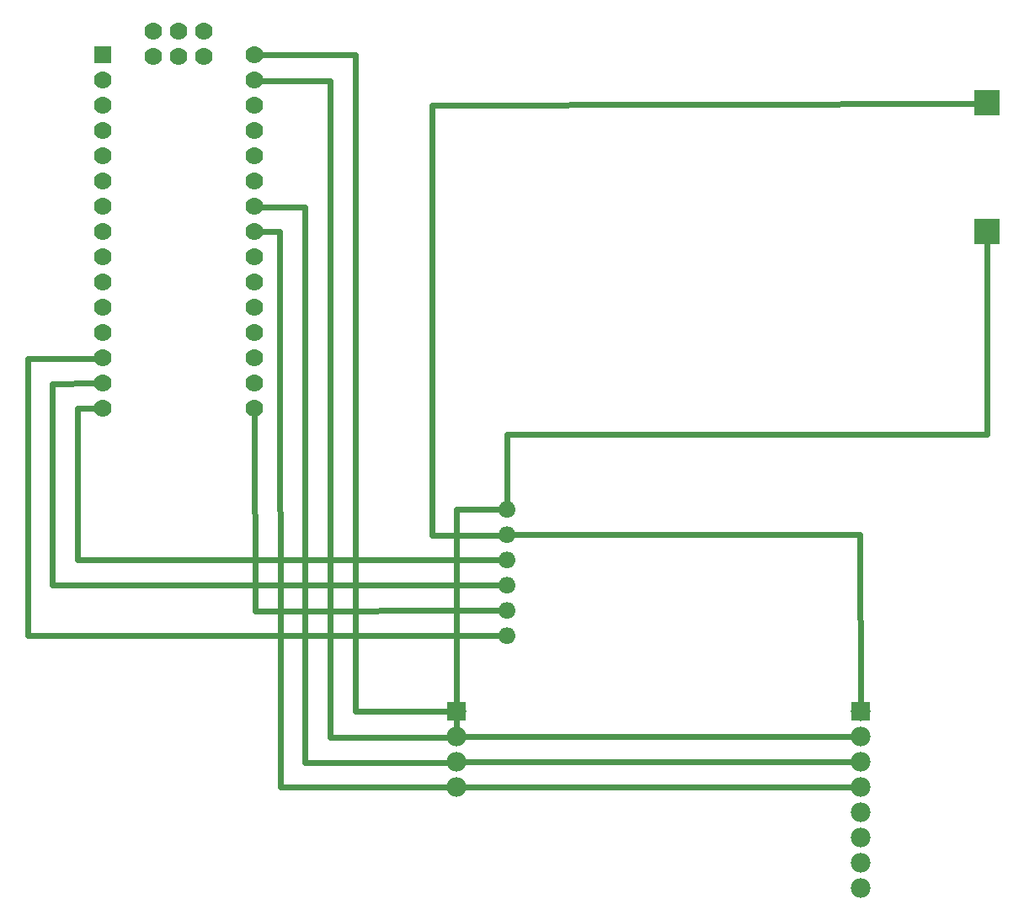
<source format=gbl>
G04 MADE WITH FRITZING*
G04 WWW.FRITZING.ORG*
G04 DOUBLE SIDED*
G04 HOLES PLATED*
G04 CONTOUR ON CENTER OF CONTOUR VECTOR*
%ASAXBY*%
%FSLAX23Y23*%
%MOIN*%
%OFA0B0*%
%SFA1.0B1.0*%
%ADD10C,0.070000*%
%ADD11C,0.100000*%
%ADD12C,0.078000*%
%ADD13C,0.077972*%
%ADD14C,0.065972*%
%ADD15R,0.069958X0.070000*%
%ADD16R,0.078167X0.078000*%
%ADD17R,0.078000X0.078000*%
%ADD18C,0.024000*%
%ADD19R,0.001000X0.001000*%
%LNCOPPER0*%
G90*
G70*
G54D10*
X343Y3442D03*
X343Y3342D03*
X343Y3242D03*
X343Y3142D03*
X343Y3042D03*
X343Y2942D03*
X343Y2842D03*
X343Y2742D03*
X343Y2642D03*
X343Y2542D03*
X343Y2442D03*
X343Y2342D03*
X343Y2242D03*
X343Y2142D03*
X343Y2042D03*
X943Y3442D03*
X943Y3342D03*
X943Y3242D03*
X943Y3142D03*
X943Y3042D03*
X943Y2942D03*
X943Y2842D03*
X943Y2742D03*
X943Y2642D03*
X943Y2542D03*
X943Y2442D03*
X943Y2342D03*
X943Y2242D03*
X943Y2142D03*
X943Y2042D03*
X544Y3537D03*
X544Y3437D03*
X644Y3537D03*
X644Y3437D03*
X744Y3537D03*
X744Y3437D03*
G54D11*
X3843Y3252D03*
X3843Y2742D03*
G54D12*
X1743Y542D03*
X1743Y642D03*
X1743Y742D03*
G54D13*
X1743Y842D03*
G54D12*
X3343Y842D03*
X3343Y742D03*
X3343Y642D03*
X3343Y542D03*
X3343Y442D03*
X3343Y342D03*
X3343Y242D03*
X3343Y142D03*
G54D14*
X1943Y1142D03*
X1943Y1242D03*
X1943Y1342D03*
X1943Y1442D03*
X1943Y1542D03*
X1943Y1642D03*
G54D15*
X343Y3442D03*
G54D16*
X1743Y842D03*
G54D17*
X3343Y842D03*
G54D18*
X1045Y543D02*
X1713Y542D01*
D02*
X1044Y2743D02*
X1045Y543D01*
D02*
X973Y2742D02*
X1044Y2743D01*
D02*
X1142Y2841D02*
X1142Y640D01*
D02*
X1142Y640D02*
X1713Y641D01*
D02*
X973Y2841D02*
X1142Y2841D01*
D02*
X1244Y3341D02*
X1243Y741D01*
D02*
X1243Y741D02*
X1713Y741D01*
D02*
X973Y3341D02*
X1244Y3341D01*
D02*
X1342Y3443D02*
X1344Y842D01*
D02*
X1344Y842D02*
X1713Y842D01*
D02*
X973Y3442D02*
X1342Y3443D01*
D02*
X45Y2240D02*
X45Y1143D01*
D02*
X45Y1143D02*
X1917Y1142D01*
D02*
X314Y2241D02*
X45Y2240D01*
D02*
X143Y2141D02*
X143Y1343D01*
D02*
X143Y1343D02*
X1917Y1342D01*
D02*
X314Y2142D02*
X143Y2141D01*
D02*
X242Y2043D02*
X314Y2042D01*
D02*
X242Y1442D02*
X242Y2043D01*
D02*
X1917Y1442D02*
X242Y1442D01*
D02*
X945Y1241D02*
X944Y2012D01*
D02*
X1917Y1242D02*
X945Y1241D01*
D02*
X1743Y1642D02*
X1917Y1642D01*
D02*
X1743Y772D02*
X1743Y1642D01*
D02*
X1743Y1540D02*
X1917Y1541D01*
D02*
X1743Y872D02*
X1743Y1540D01*
D02*
X1944Y1941D02*
X1943Y1668D01*
D02*
X3843Y2690D02*
X3843Y1941D01*
D02*
X3843Y1941D02*
X1944Y1941D01*
D02*
X1645Y1540D02*
X1917Y1541D01*
D02*
X1645Y3242D02*
X1645Y1540D01*
D02*
X3792Y3251D02*
X1645Y3242D01*
D02*
X3341Y1542D02*
X1970Y1542D01*
D02*
X3343Y872D02*
X3341Y1542D01*
D02*
X1774Y642D02*
X3313Y642D01*
D02*
X3313Y742D02*
X1774Y742D01*
D02*
X1774Y542D02*
X3313Y542D01*
G54D19*
X3794Y3302D02*
X3892Y3302D01*
X3793Y3301D02*
X3892Y3301D01*
X3793Y3300D02*
X3892Y3300D01*
X3793Y3299D02*
X3892Y3299D01*
X3793Y3298D02*
X3892Y3298D01*
X3793Y3297D02*
X3892Y3297D01*
X3793Y3296D02*
X3892Y3296D01*
X3793Y3295D02*
X3892Y3295D01*
X3793Y3294D02*
X3892Y3294D01*
X3793Y3293D02*
X3892Y3293D01*
X3793Y3292D02*
X3892Y3292D01*
X3793Y3291D02*
X3834Y3291D01*
X3852Y3291D02*
X3892Y3291D01*
X3793Y3290D02*
X3830Y3290D01*
X3856Y3290D02*
X3892Y3290D01*
X3793Y3289D02*
X3827Y3289D01*
X3859Y3289D02*
X3892Y3289D01*
X3793Y3288D02*
X3825Y3288D01*
X3861Y3288D02*
X3892Y3288D01*
X3793Y3287D02*
X3823Y3287D01*
X3863Y3287D02*
X3892Y3287D01*
X3793Y3286D02*
X3821Y3286D01*
X3864Y3286D02*
X3892Y3286D01*
X3793Y3285D02*
X3820Y3285D01*
X3866Y3285D02*
X3892Y3285D01*
X3793Y3284D02*
X3818Y3284D01*
X3867Y3284D02*
X3892Y3284D01*
X3793Y3283D02*
X3817Y3283D01*
X3869Y3283D02*
X3892Y3283D01*
X3793Y3282D02*
X3816Y3282D01*
X3870Y3282D02*
X3892Y3282D01*
X3793Y3281D02*
X3815Y3281D01*
X3871Y3281D02*
X3892Y3281D01*
X3793Y3280D02*
X3814Y3280D01*
X3872Y3280D02*
X3892Y3280D01*
X3793Y3279D02*
X3813Y3279D01*
X3873Y3279D02*
X3892Y3279D01*
X3793Y3278D02*
X3812Y3278D01*
X3874Y3278D02*
X3892Y3278D01*
X3793Y3277D02*
X3811Y3277D01*
X3875Y3277D02*
X3892Y3277D01*
X3793Y3276D02*
X3810Y3276D01*
X3875Y3276D02*
X3892Y3276D01*
X3793Y3275D02*
X3810Y3275D01*
X3876Y3275D02*
X3892Y3275D01*
X3793Y3274D02*
X3809Y3274D01*
X3877Y3274D02*
X3892Y3274D01*
X3793Y3273D02*
X3808Y3273D01*
X3877Y3273D02*
X3892Y3273D01*
X3793Y3272D02*
X3808Y3272D01*
X3878Y3272D02*
X3892Y3272D01*
X3793Y3271D02*
X3807Y3271D01*
X3879Y3271D02*
X3892Y3271D01*
X3793Y3270D02*
X3807Y3270D01*
X3879Y3270D02*
X3892Y3270D01*
X3793Y3269D02*
X3806Y3269D01*
X3880Y3269D02*
X3892Y3269D01*
X3793Y3268D02*
X3806Y3268D01*
X3880Y3268D02*
X3892Y3268D01*
X3793Y3267D02*
X3805Y3267D01*
X3880Y3267D02*
X3892Y3267D01*
X3793Y3266D02*
X3805Y3266D01*
X3881Y3266D02*
X3892Y3266D01*
X3793Y3265D02*
X3805Y3265D01*
X3881Y3265D02*
X3892Y3265D01*
X3793Y3264D02*
X3804Y3264D01*
X3882Y3264D02*
X3892Y3264D01*
X3793Y3263D02*
X3804Y3263D01*
X3882Y3263D02*
X3892Y3263D01*
X3793Y3262D02*
X3804Y3262D01*
X3882Y3262D02*
X3892Y3262D01*
X3793Y3261D02*
X3803Y3261D01*
X3882Y3261D02*
X3892Y3261D01*
X3793Y3260D02*
X3803Y3260D01*
X3883Y3260D02*
X3892Y3260D01*
X3793Y3259D02*
X3803Y3259D01*
X3883Y3259D02*
X3892Y3259D01*
X3793Y3258D02*
X3803Y3258D01*
X3883Y3258D02*
X3892Y3258D01*
X3793Y3257D02*
X3803Y3257D01*
X3883Y3257D02*
X3892Y3257D01*
X3793Y3256D02*
X3803Y3256D01*
X3883Y3256D02*
X3892Y3256D01*
X3793Y3255D02*
X3803Y3255D01*
X3883Y3255D02*
X3892Y3255D01*
X3793Y3254D02*
X3803Y3254D01*
X3883Y3254D02*
X3892Y3254D01*
X3793Y3253D02*
X3802Y3253D01*
X3883Y3253D02*
X3892Y3253D01*
X3793Y3252D02*
X3802Y3252D01*
X3883Y3252D02*
X3892Y3252D01*
X3793Y3251D02*
X3802Y3251D01*
X3883Y3251D02*
X3892Y3251D01*
X3793Y3250D02*
X3803Y3250D01*
X3883Y3250D02*
X3892Y3250D01*
X3793Y3249D02*
X3803Y3249D01*
X3883Y3249D02*
X3892Y3249D01*
X3793Y3248D02*
X3803Y3248D01*
X3883Y3248D02*
X3892Y3248D01*
X3793Y3247D02*
X3803Y3247D01*
X3883Y3247D02*
X3892Y3247D01*
X3793Y3246D02*
X3803Y3246D01*
X3883Y3246D02*
X3892Y3246D01*
X3793Y3245D02*
X3803Y3245D01*
X3883Y3245D02*
X3892Y3245D01*
X3793Y3244D02*
X3803Y3244D01*
X3883Y3244D02*
X3892Y3244D01*
X3793Y3243D02*
X3803Y3243D01*
X3882Y3243D02*
X3892Y3243D01*
X3793Y3242D02*
X3804Y3242D01*
X3882Y3242D02*
X3892Y3242D01*
X3793Y3241D02*
X3804Y3241D01*
X3882Y3241D02*
X3892Y3241D01*
X3793Y3240D02*
X3804Y3240D01*
X3882Y3240D02*
X3892Y3240D01*
X3793Y3239D02*
X3805Y3239D01*
X3881Y3239D02*
X3892Y3239D01*
X3793Y3238D02*
X3805Y3238D01*
X3881Y3238D02*
X3892Y3238D01*
X3793Y3237D02*
X3805Y3237D01*
X3880Y3237D02*
X3892Y3237D01*
X3793Y3236D02*
X3806Y3236D01*
X3880Y3236D02*
X3892Y3236D01*
X3793Y3235D02*
X3806Y3235D01*
X3880Y3235D02*
X3892Y3235D01*
X3793Y3234D02*
X3807Y3234D01*
X3879Y3234D02*
X3892Y3234D01*
X3793Y3233D02*
X3807Y3233D01*
X3879Y3233D02*
X3892Y3233D01*
X3793Y3232D02*
X3808Y3232D01*
X3878Y3232D02*
X3892Y3232D01*
X3793Y3231D02*
X3808Y3231D01*
X3877Y3231D02*
X3892Y3231D01*
X3793Y3230D02*
X3809Y3230D01*
X3877Y3230D02*
X3892Y3230D01*
X3793Y3229D02*
X3810Y3229D01*
X3876Y3229D02*
X3892Y3229D01*
X3793Y3228D02*
X3811Y3228D01*
X3875Y3228D02*
X3892Y3228D01*
X3793Y3227D02*
X3811Y3227D01*
X3875Y3227D02*
X3892Y3227D01*
X3793Y3226D02*
X3812Y3226D01*
X3874Y3226D02*
X3892Y3226D01*
X3793Y3225D02*
X3813Y3225D01*
X3873Y3225D02*
X3892Y3225D01*
X3793Y3224D02*
X3814Y3224D01*
X3872Y3224D02*
X3892Y3224D01*
X3793Y3223D02*
X3815Y3223D01*
X3871Y3223D02*
X3892Y3223D01*
X3793Y3222D02*
X3816Y3222D01*
X3870Y3222D02*
X3892Y3222D01*
X3793Y3221D02*
X3817Y3221D01*
X3869Y3221D02*
X3892Y3221D01*
X3793Y3220D02*
X3819Y3220D01*
X3867Y3220D02*
X3892Y3220D01*
X3793Y3219D02*
X3820Y3219D01*
X3866Y3219D02*
X3892Y3219D01*
X3793Y3218D02*
X3821Y3218D01*
X3864Y3218D02*
X3892Y3218D01*
X3793Y3217D02*
X3823Y3217D01*
X3863Y3217D02*
X3892Y3217D01*
X3793Y3216D02*
X3825Y3216D01*
X3861Y3216D02*
X3892Y3216D01*
X3793Y3215D02*
X3827Y3215D01*
X3859Y3215D02*
X3892Y3215D01*
X3793Y3214D02*
X3830Y3214D01*
X3856Y3214D02*
X3892Y3214D01*
X3793Y3213D02*
X3834Y3213D01*
X3852Y3213D02*
X3892Y3213D01*
X3793Y3212D02*
X3892Y3212D01*
X3793Y3211D02*
X3892Y3211D01*
X3793Y3210D02*
X3892Y3210D01*
X3793Y3209D02*
X3892Y3209D01*
X3793Y3208D02*
X3892Y3208D01*
X3793Y3207D02*
X3892Y3207D01*
X3793Y3206D02*
X3892Y3206D01*
X3793Y3205D02*
X3892Y3205D01*
X3793Y3204D02*
X3892Y3204D01*
X3793Y3203D02*
X3892Y3203D01*
X3794Y2792D02*
X3892Y2792D01*
X3793Y2791D02*
X3892Y2791D01*
X3793Y2790D02*
X3892Y2790D01*
X3793Y2789D02*
X3892Y2789D01*
X3793Y2788D02*
X3892Y2788D01*
X3793Y2787D02*
X3892Y2787D01*
X3793Y2786D02*
X3892Y2786D01*
X3793Y2785D02*
X3892Y2785D01*
X3793Y2784D02*
X3892Y2784D01*
X3793Y2783D02*
X3892Y2783D01*
X3793Y2782D02*
X3892Y2782D01*
X3793Y2781D02*
X3834Y2781D01*
X3852Y2781D02*
X3892Y2781D01*
X3793Y2780D02*
X3830Y2780D01*
X3856Y2780D02*
X3892Y2780D01*
X3793Y2779D02*
X3827Y2779D01*
X3859Y2779D02*
X3892Y2779D01*
X3793Y2778D02*
X3825Y2778D01*
X3861Y2778D02*
X3892Y2778D01*
X3793Y2777D02*
X3823Y2777D01*
X3863Y2777D02*
X3892Y2777D01*
X3793Y2776D02*
X3821Y2776D01*
X3864Y2776D02*
X3892Y2776D01*
X3793Y2775D02*
X3820Y2775D01*
X3866Y2775D02*
X3892Y2775D01*
X3793Y2774D02*
X3818Y2774D01*
X3867Y2774D02*
X3892Y2774D01*
X3793Y2773D02*
X3817Y2773D01*
X3869Y2773D02*
X3892Y2773D01*
X3793Y2772D02*
X3816Y2772D01*
X3870Y2772D02*
X3892Y2772D01*
X3793Y2771D02*
X3815Y2771D01*
X3871Y2771D02*
X3892Y2771D01*
X3793Y2770D02*
X3814Y2770D01*
X3872Y2770D02*
X3892Y2770D01*
X3793Y2769D02*
X3813Y2769D01*
X3873Y2769D02*
X3892Y2769D01*
X3793Y2768D02*
X3812Y2768D01*
X3874Y2768D02*
X3892Y2768D01*
X3793Y2767D02*
X3811Y2767D01*
X3875Y2767D02*
X3892Y2767D01*
X3793Y2766D02*
X3810Y2766D01*
X3875Y2766D02*
X3892Y2766D01*
X3793Y2765D02*
X3810Y2765D01*
X3876Y2765D02*
X3892Y2765D01*
X3793Y2764D02*
X3809Y2764D01*
X3877Y2764D02*
X3892Y2764D01*
X3793Y2763D02*
X3808Y2763D01*
X3877Y2763D02*
X3892Y2763D01*
X3793Y2762D02*
X3808Y2762D01*
X3878Y2762D02*
X3892Y2762D01*
X3793Y2761D02*
X3807Y2761D01*
X3879Y2761D02*
X3892Y2761D01*
X3793Y2760D02*
X3807Y2760D01*
X3879Y2760D02*
X3892Y2760D01*
X3793Y2759D02*
X3806Y2759D01*
X3880Y2759D02*
X3892Y2759D01*
X3793Y2758D02*
X3806Y2758D01*
X3880Y2758D02*
X3892Y2758D01*
X3793Y2757D02*
X3805Y2757D01*
X3880Y2757D02*
X3892Y2757D01*
X3793Y2756D02*
X3805Y2756D01*
X3881Y2756D02*
X3892Y2756D01*
X3793Y2755D02*
X3805Y2755D01*
X3881Y2755D02*
X3892Y2755D01*
X3793Y2754D02*
X3804Y2754D01*
X3882Y2754D02*
X3892Y2754D01*
X3793Y2753D02*
X3804Y2753D01*
X3882Y2753D02*
X3892Y2753D01*
X3793Y2752D02*
X3804Y2752D01*
X3882Y2752D02*
X3892Y2752D01*
X3793Y2751D02*
X3803Y2751D01*
X3882Y2751D02*
X3892Y2751D01*
X3793Y2750D02*
X3803Y2750D01*
X3883Y2750D02*
X3892Y2750D01*
X3793Y2749D02*
X3803Y2749D01*
X3883Y2749D02*
X3892Y2749D01*
X3793Y2748D02*
X3803Y2748D01*
X3883Y2748D02*
X3892Y2748D01*
X3793Y2747D02*
X3803Y2747D01*
X3883Y2747D02*
X3892Y2747D01*
X3793Y2746D02*
X3803Y2746D01*
X3883Y2746D02*
X3892Y2746D01*
X3793Y2745D02*
X3803Y2745D01*
X3883Y2745D02*
X3892Y2745D01*
X3793Y2744D02*
X3803Y2744D01*
X3883Y2744D02*
X3892Y2744D01*
X3793Y2743D02*
X3802Y2743D01*
X3883Y2743D02*
X3892Y2743D01*
X3793Y2742D02*
X3802Y2742D01*
X3883Y2742D02*
X3892Y2742D01*
X3793Y2741D02*
X3802Y2741D01*
X3883Y2741D02*
X3892Y2741D01*
X3793Y2740D02*
X3803Y2740D01*
X3883Y2740D02*
X3892Y2740D01*
X3793Y2739D02*
X3803Y2739D01*
X3883Y2739D02*
X3892Y2739D01*
X3793Y2738D02*
X3803Y2738D01*
X3883Y2738D02*
X3892Y2738D01*
X3793Y2737D02*
X3803Y2737D01*
X3883Y2737D02*
X3892Y2737D01*
X3793Y2736D02*
X3803Y2736D01*
X3883Y2736D02*
X3892Y2736D01*
X3793Y2735D02*
X3803Y2735D01*
X3883Y2735D02*
X3892Y2735D01*
X3793Y2734D02*
X3803Y2734D01*
X3883Y2734D02*
X3892Y2734D01*
X3793Y2733D02*
X3803Y2733D01*
X3882Y2733D02*
X3892Y2733D01*
X3793Y2732D02*
X3804Y2732D01*
X3882Y2732D02*
X3892Y2732D01*
X3793Y2731D02*
X3804Y2731D01*
X3882Y2731D02*
X3892Y2731D01*
X3793Y2730D02*
X3804Y2730D01*
X3882Y2730D02*
X3892Y2730D01*
X3793Y2729D02*
X3805Y2729D01*
X3881Y2729D02*
X3892Y2729D01*
X3793Y2728D02*
X3805Y2728D01*
X3881Y2728D02*
X3892Y2728D01*
X3793Y2727D02*
X3805Y2727D01*
X3880Y2727D02*
X3892Y2727D01*
X3793Y2726D02*
X3806Y2726D01*
X3880Y2726D02*
X3892Y2726D01*
X3793Y2725D02*
X3806Y2725D01*
X3880Y2725D02*
X3892Y2725D01*
X3793Y2724D02*
X3807Y2724D01*
X3879Y2724D02*
X3892Y2724D01*
X3793Y2723D02*
X3807Y2723D01*
X3879Y2723D02*
X3892Y2723D01*
X3793Y2722D02*
X3808Y2722D01*
X3878Y2722D02*
X3892Y2722D01*
X3793Y2721D02*
X3808Y2721D01*
X3877Y2721D02*
X3892Y2721D01*
X3793Y2720D02*
X3809Y2720D01*
X3877Y2720D02*
X3892Y2720D01*
X3793Y2719D02*
X3810Y2719D01*
X3876Y2719D02*
X3892Y2719D01*
X3793Y2718D02*
X3811Y2718D01*
X3875Y2718D02*
X3892Y2718D01*
X3793Y2717D02*
X3811Y2717D01*
X3875Y2717D02*
X3892Y2717D01*
X3793Y2716D02*
X3812Y2716D01*
X3874Y2716D02*
X3892Y2716D01*
X3793Y2715D02*
X3813Y2715D01*
X3873Y2715D02*
X3892Y2715D01*
X3793Y2714D02*
X3814Y2714D01*
X3872Y2714D02*
X3892Y2714D01*
X3793Y2713D02*
X3815Y2713D01*
X3871Y2713D02*
X3892Y2713D01*
X3793Y2712D02*
X3816Y2712D01*
X3870Y2712D02*
X3892Y2712D01*
X3793Y2711D02*
X3817Y2711D01*
X3869Y2711D02*
X3892Y2711D01*
X3793Y2710D02*
X3819Y2710D01*
X3867Y2710D02*
X3892Y2710D01*
X3793Y2709D02*
X3820Y2709D01*
X3866Y2709D02*
X3892Y2709D01*
X3793Y2708D02*
X3821Y2708D01*
X3864Y2708D02*
X3892Y2708D01*
X3793Y2707D02*
X3823Y2707D01*
X3863Y2707D02*
X3892Y2707D01*
X3793Y2706D02*
X3825Y2706D01*
X3861Y2706D02*
X3892Y2706D01*
X3793Y2705D02*
X3827Y2705D01*
X3859Y2705D02*
X3892Y2705D01*
X3793Y2704D02*
X3830Y2704D01*
X3856Y2704D02*
X3892Y2704D01*
X3793Y2703D02*
X3834Y2703D01*
X3852Y2703D02*
X3892Y2703D01*
X3793Y2702D02*
X3892Y2702D01*
X3793Y2701D02*
X3892Y2701D01*
X3793Y2700D02*
X3892Y2700D01*
X3793Y2699D02*
X3892Y2699D01*
X3793Y2698D02*
X3892Y2698D01*
X3793Y2697D02*
X3892Y2697D01*
X3793Y2696D02*
X3892Y2696D01*
X3793Y2695D02*
X3892Y2695D01*
X3793Y2694D02*
X3892Y2694D01*
X3793Y2693D02*
X3892Y2693D01*
X1943Y1675D02*
X1943Y1675D01*
X1936Y1674D02*
X1950Y1674D01*
X1933Y1673D02*
X1953Y1673D01*
X1930Y1672D02*
X1956Y1672D01*
X1928Y1671D02*
X1958Y1671D01*
X1926Y1670D02*
X1960Y1670D01*
X1925Y1669D02*
X1961Y1669D01*
X1923Y1668D02*
X1963Y1668D01*
X1922Y1667D02*
X1964Y1667D01*
X1921Y1666D02*
X1965Y1666D01*
X1920Y1665D02*
X1966Y1665D01*
X1919Y1664D02*
X1967Y1664D01*
X1918Y1663D02*
X1968Y1663D01*
X1917Y1662D02*
X1969Y1662D01*
X1917Y1661D02*
X1969Y1661D01*
X1916Y1660D02*
X1970Y1660D01*
X1915Y1659D02*
X1971Y1659D01*
X1915Y1658D02*
X1971Y1658D01*
X1914Y1657D02*
X1938Y1657D01*
X1948Y1657D02*
X1972Y1657D01*
X1914Y1656D02*
X1935Y1656D01*
X1951Y1656D02*
X1972Y1656D01*
X1913Y1655D02*
X1934Y1655D01*
X1952Y1655D02*
X1973Y1655D01*
X1913Y1654D02*
X1932Y1654D01*
X1953Y1654D02*
X1973Y1654D01*
X1913Y1653D02*
X1931Y1653D01*
X1955Y1653D02*
X1973Y1653D01*
X1912Y1652D02*
X1930Y1652D01*
X1955Y1652D02*
X1974Y1652D01*
X1912Y1651D02*
X1930Y1651D01*
X1956Y1651D02*
X1974Y1651D01*
X1912Y1650D02*
X1929Y1650D01*
X1957Y1650D02*
X1974Y1650D01*
X1911Y1649D02*
X1928Y1649D01*
X1958Y1649D02*
X1975Y1649D01*
X1911Y1648D02*
X1928Y1648D01*
X1958Y1648D02*
X1975Y1648D01*
X1911Y1647D02*
X1928Y1647D01*
X1958Y1647D02*
X1975Y1647D01*
X1911Y1646D02*
X1927Y1646D01*
X1959Y1646D02*
X1975Y1646D01*
X1911Y1645D02*
X1927Y1645D01*
X1959Y1645D02*
X1975Y1645D01*
X1911Y1644D02*
X1927Y1644D01*
X1959Y1644D02*
X1975Y1644D01*
X1910Y1643D02*
X1927Y1643D01*
X1959Y1643D02*
X1975Y1643D01*
X1910Y1642D02*
X1927Y1642D01*
X1959Y1642D02*
X1975Y1642D01*
X1910Y1641D02*
X1927Y1641D01*
X1959Y1641D02*
X1975Y1641D01*
X1911Y1640D02*
X1927Y1640D01*
X1959Y1640D02*
X1975Y1640D01*
X1911Y1639D02*
X1927Y1639D01*
X1959Y1639D02*
X1975Y1639D01*
X1911Y1638D02*
X1927Y1638D01*
X1959Y1638D02*
X1975Y1638D01*
X1911Y1637D02*
X1928Y1637D01*
X1958Y1637D02*
X1975Y1637D01*
X1911Y1636D02*
X1928Y1636D01*
X1958Y1636D02*
X1975Y1636D01*
X1911Y1635D02*
X1928Y1635D01*
X1957Y1635D02*
X1975Y1635D01*
X1912Y1634D02*
X1929Y1634D01*
X1957Y1634D02*
X1974Y1634D01*
X1912Y1633D02*
X1930Y1633D01*
X1956Y1633D02*
X1974Y1633D01*
X1912Y1632D02*
X1930Y1632D01*
X1955Y1632D02*
X1974Y1632D01*
X1913Y1631D02*
X1931Y1631D01*
X1954Y1631D02*
X1973Y1631D01*
X1913Y1630D02*
X1932Y1630D01*
X1953Y1630D02*
X1973Y1630D01*
X1913Y1629D02*
X1934Y1629D01*
X1952Y1629D02*
X1973Y1629D01*
X1914Y1628D02*
X1935Y1628D01*
X1951Y1628D02*
X1972Y1628D01*
X1914Y1627D02*
X1938Y1627D01*
X1948Y1627D02*
X1972Y1627D01*
X1915Y1626D02*
X1971Y1626D01*
X1915Y1625D02*
X1971Y1625D01*
X1916Y1624D02*
X1970Y1624D01*
X1917Y1623D02*
X1969Y1623D01*
X1917Y1622D02*
X1969Y1622D01*
X1918Y1621D02*
X1968Y1621D01*
X1919Y1620D02*
X1967Y1620D01*
X1920Y1619D02*
X1966Y1619D01*
X1921Y1618D02*
X1965Y1618D01*
X1922Y1617D02*
X1964Y1617D01*
X1923Y1616D02*
X1963Y1616D01*
X1925Y1615D02*
X1961Y1615D01*
X1926Y1614D02*
X1960Y1614D01*
X1928Y1613D02*
X1958Y1613D01*
X1930Y1612D02*
X1956Y1612D01*
X1933Y1611D02*
X1953Y1611D01*
X1936Y1610D02*
X1950Y1610D01*
X1943Y1575D02*
X1943Y1575D01*
X1936Y1574D02*
X1950Y1574D01*
X1933Y1573D02*
X1953Y1573D01*
X1930Y1572D02*
X1956Y1572D01*
X1928Y1571D02*
X1958Y1571D01*
X1926Y1570D02*
X1960Y1570D01*
X1925Y1569D02*
X1961Y1569D01*
X1923Y1568D02*
X1963Y1568D01*
X1922Y1567D02*
X1964Y1567D01*
X1921Y1566D02*
X1965Y1566D01*
X1920Y1565D02*
X1966Y1565D01*
X1919Y1564D02*
X1967Y1564D01*
X1918Y1563D02*
X1968Y1563D01*
X1917Y1562D02*
X1969Y1562D01*
X1917Y1561D02*
X1969Y1561D01*
X1916Y1560D02*
X1970Y1560D01*
X1915Y1559D02*
X1971Y1559D01*
X1915Y1558D02*
X1971Y1558D01*
X1914Y1557D02*
X1938Y1557D01*
X1948Y1557D02*
X1972Y1557D01*
X1914Y1556D02*
X1935Y1556D01*
X1951Y1556D02*
X1972Y1556D01*
X1913Y1555D02*
X1934Y1555D01*
X1952Y1555D02*
X1973Y1555D01*
X1913Y1554D02*
X1932Y1554D01*
X1953Y1554D02*
X1973Y1554D01*
X1913Y1553D02*
X1931Y1553D01*
X1955Y1553D02*
X1973Y1553D01*
X1912Y1552D02*
X1930Y1552D01*
X1955Y1552D02*
X1974Y1552D01*
X1912Y1551D02*
X1930Y1551D01*
X1956Y1551D02*
X1974Y1551D01*
X1912Y1550D02*
X1929Y1550D01*
X1957Y1550D02*
X1974Y1550D01*
X1911Y1549D02*
X1928Y1549D01*
X1957Y1549D02*
X1975Y1549D01*
X1911Y1548D02*
X1928Y1548D01*
X1958Y1548D02*
X1975Y1548D01*
X1911Y1547D02*
X1928Y1547D01*
X1958Y1547D02*
X1975Y1547D01*
X1911Y1546D02*
X1927Y1546D01*
X1959Y1546D02*
X1975Y1546D01*
X1911Y1545D02*
X1927Y1545D01*
X1959Y1545D02*
X1975Y1545D01*
X1911Y1544D02*
X1927Y1544D01*
X1959Y1544D02*
X1975Y1544D01*
X1910Y1543D02*
X1927Y1543D01*
X1959Y1543D02*
X1975Y1543D01*
X1910Y1542D02*
X1927Y1542D01*
X1959Y1542D02*
X1975Y1542D01*
X1910Y1541D02*
X1927Y1541D01*
X1959Y1541D02*
X1975Y1541D01*
X1911Y1540D02*
X1927Y1540D01*
X1959Y1540D02*
X1975Y1540D01*
X1911Y1539D02*
X1927Y1539D01*
X1959Y1539D02*
X1975Y1539D01*
X1911Y1538D02*
X1927Y1538D01*
X1959Y1538D02*
X1975Y1538D01*
X1911Y1537D02*
X1928Y1537D01*
X1958Y1537D02*
X1975Y1537D01*
X1911Y1536D02*
X1928Y1536D01*
X1958Y1536D02*
X1975Y1536D01*
X1911Y1535D02*
X1928Y1535D01*
X1957Y1535D02*
X1975Y1535D01*
X1912Y1534D02*
X1929Y1534D01*
X1957Y1534D02*
X1974Y1534D01*
X1912Y1533D02*
X1930Y1533D01*
X1956Y1533D02*
X1974Y1533D01*
X1912Y1532D02*
X1930Y1532D01*
X1955Y1532D02*
X1974Y1532D01*
X1913Y1531D02*
X1931Y1531D01*
X1954Y1531D02*
X1973Y1531D01*
X1913Y1530D02*
X1932Y1530D01*
X1953Y1530D02*
X1973Y1530D01*
X1913Y1529D02*
X1934Y1529D01*
X1952Y1529D02*
X1973Y1529D01*
X1914Y1528D02*
X1935Y1528D01*
X1950Y1528D02*
X1972Y1528D01*
X1914Y1527D02*
X1938Y1527D01*
X1948Y1527D02*
X1972Y1527D01*
X1915Y1526D02*
X1971Y1526D01*
X1915Y1525D02*
X1970Y1525D01*
X1916Y1524D02*
X1970Y1524D01*
X1917Y1523D02*
X1969Y1523D01*
X1917Y1522D02*
X1969Y1522D01*
X1918Y1521D02*
X1968Y1521D01*
X1919Y1520D02*
X1967Y1520D01*
X1920Y1519D02*
X1966Y1519D01*
X1921Y1518D02*
X1965Y1518D01*
X1922Y1517D02*
X1964Y1517D01*
X1923Y1516D02*
X1963Y1516D01*
X1925Y1515D02*
X1961Y1515D01*
X1926Y1514D02*
X1960Y1514D01*
X1928Y1513D02*
X1958Y1513D01*
X1930Y1512D02*
X1956Y1512D01*
X1933Y1511D02*
X1953Y1511D01*
X1936Y1510D02*
X1950Y1510D01*
X1943Y1475D02*
X1943Y1475D01*
X1936Y1474D02*
X1950Y1474D01*
X1933Y1473D02*
X1953Y1473D01*
X1930Y1472D02*
X1956Y1472D01*
X1928Y1471D02*
X1958Y1471D01*
X1926Y1470D02*
X1960Y1470D01*
X1925Y1469D02*
X1961Y1469D01*
X1923Y1468D02*
X1963Y1468D01*
X1922Y1467D02*
X1964Y1467D01*
X1921Y1466D02*
X1965Y1466D01*
X1920Y1465D02*
X1966Y1465D01*
X1919Y1464D02*
X1967Y1464D01*
X1918Y1463D02*
X1968Y1463D01*
X1917Y1462D02*
X1969Y1462D01*
X1917Y1461D02*
X1969Y1461D01*
X1916Y1460D02*
X1970Y1460D01*
X1915Y1459D02*
X1971Y1459D01*
X1915Y1458D02*
X1971Y1458D01*
X1914Y1457D02*
X1938Y1457D01*
X1948Y1457D02*
X1972Y1457D01*
X1914Y1456D02*
X1935Y1456D01*
X1951Y1456D02*
X1972Y1456D01*
X1913Y1455D02*
X1934Y1455D01*
X1952Y1455D02*
X1973Y1455D01*
X1913Y1454D02*
X1932Y1454D01*
X1953Y1454D02*
X1973Y1454D01*
X1913Y1453D02*
X1931Y1453D01*
X1955Y1453D02*
X1973Y1453D01*
X1912Y1452D02*
X1930Y1452D01*
X1955Y1452D02*
X1974Y1452D01*
X1912Y1451D02*
X1930Y1451D01*
X1956Y1451D02*
X1974Y1451D01*
X1912Y1450D02*
X1929Y1450D01*
X1957Y1450D02*
X1974Y1450D01*
X1911Y1449D02*
X1928Y1449D01*
X1958Y1449D02*
X1975Y1449D01*
X1911Y1448D02*
X1928Y1448D01*
X1958Y1448D02*
X1975Y1448D01*
X1911Y1447D02*
X1928Y1447D01*
X1958Y1447D02*
X1975Y1447D01*
X1911Y1446D02*
X1927Y1446D01*
X1959Y1446D02*
X1975Y1446D01*
X1911Y1445D02*
X1927Y1445D01*
X1959Y1445D02*
X1975Y1445D01*
X1911Y1444D02*
X1927Y1444D01*
X1959Y1444D02*
X1975Y1444D01*
X1910Y1443D02*
X1927Y1443D01*
X1959Y1443D02*
X1975Y1443D01*
X1910Y1442D02*
X1927Y1442D01*
X1959Y1442D02*
X1975Y1442D01*
X1910Y1441D02*
X1927Y1441D01*
X1959Y1441D02*
X1975Y1441D01*
X1911Y1440D02*
X1927Y1440D01*
X1959Y1440D02*
X1975Y1440D01*
X1911Y1439D02*
X1927Y1439D01*
X1959Y1439D02*
X1975Y1439D01*
X1911Y1438D02*
X1927Y1438D01*
X1959Y1438D02*
X1975Y1438D01*
X1911Y1437D02*
X1928Y1437D01*
X1958Y1437D02*
X1975Y1437D01*
X1911Y1436D02*
X1928Y1436D01*
X1958Y1436D02*
X1975Y1436D01*
X1911Y1435D02*
X1928Y1435D01*
X1957Y1435D02*
X1975Y1435D01*
X1912Y1434D02*
X1929Y1434D01*
X1957Y1434D02*
X1974Y1434D01*
X1912Y1433D02*
X1930Y1433D01*
X1956Y1433D02*
X1974Y1433D01*
X1912Y1432D02*
X1931Y1432D01*
X1955Y1432D02*
X1974Y1432D01*
X1913Y1431D02*
X1931Y1431D01*
X1954Y1431D02*
X1973Y1431D01*
X1913Y1430D02*
X1933Y1430D01*
X1953Y1430D02*
X1973Y1430D01*
X1913Y1429D02*
X1934Y1429D01*
X1952Y1429D02*
X1973Y1429D01*
X1914Y1428D02*
X1935Y1428D01*
X1950Y1428D02*
X1972Y1428D01*
X1914Y1427D02*
X1938Y1427D01*
X1948Y1427D02*
X1972Y1427D01*
X1915Y1426D02*
X1971Y1426D01*
X1915Y1425D02*
X1970Y1425D01*
X1916Y1424D02*
X1970Y1424D01*
X1917Y1423D02*
X1969Y1423D01*
X1917Y1422D02*
X1969Y1422D01*
X1918Y1421D02*
X1968Y1421D01*
X1919Y1420D02*
X1967Y1420D01*
X1920Y1419D02*
X1966Y1419D01*
X1921Y1418D02*
X1965Y1418D01*
X1922Y1417D02*
X1964Y1417D01*
X1923Y1416D02*
X1963Y1416D01*
X1925Y1415D02*
X1961Y1415D01*
X1926Y1414D02*
X1959Y1414D01*
X1928Y1413D02*
X1958Y1413D01*
X1930Y1412D02*
X1956Y1412D01*
X1933Y1411D02*
X1953Y1411D01*
X1936Y1410D02*
X1950Y1410D01*
X1943Y1375D02*
X1943Y1375D01*
X1936Y1374D02*
X1950Y1374D01*
X1933Y1373D02*
X1953Y1373D01*
X1930Y1372D02*
X1956Y1372D01*
X1928Y1371D02*
X1958Y1371D01*
X1926Y1370D02*
X1960Y1370D01*
X1925Y1369D02*
X1961Y1369D01*
X1923Y1368D02*
X1963Y1368D01*
X1922Y1367D02*
X1964Y1367D01*
X1921Y1366D02*
X1965Y1366D01*
X1920Y1365D02*
X1966Y1365D01*
X1919Y1364D02*
X1967Y1364D01*
X1918Y1363D02*
X1968Y1363D01*
X1917Y1362D02*
X1969Y1362D01*
X1917Y1361D02*
X1969Y1361D01*
X1916Y1360D02*
X1970Y1360D01*
X1915Y1359D02*
X1971Y1359D01*
X1915Y1358D02*
X1971Y1358D01*
X1914Y1357D02*
X1938Y1357D01*
X1948Y1357D02*
X1972Y1357D01*
X1914Y1356D02*
X1935Y1356D01*
X1951Y1356D02*
X1972Y1356D01*
X1913Y1355D02*
X1934Y1355D01*
X1952Y1355D02*
X1973Y1355D01*
X1913Y1354D02*
X1932Y1354D01*
X1953Y1354D02*
X1973Y1354D01*
X1913Y1353D02*
X1931Y1353D01*
X1955Y1353D02*
X1973Y1353D01*
X1912Y1352D02*
X1930Y1352D01*
X1955Y1352D02*
X1974Y1352D01*
X1912Y1351D02*
X1930Y1351D01*
X1956Y1351D02*
X1974Y1351D01*
X1912Y1350D02*
X1929Y1350D01*
X1957Y1350D02*
X1974Y1350D01*
X1911Y1349D02*
X1928Y1349D01*
X1958Y1349D02*
X1975Y1349D01*
X1911Y1348D02*
X1928Y1348D01*
X1958Y1348D02*
X1975Y1348D01*
X1911Y1347D02*
X1928Y1347D01*
X1958Y1347D02*
X1975Y1347D01*
X1911Y1346D02*
X1927Y1346D01*
X1959Y1346D02*
X1975Y1346D01*
X1911Y1345D02*
X1927Y1345D01*
X1959Y1345D02*
X1975Y1345D01*
X1911Y1344D02*
X1927Y1344D01*
X1959Y1344D02*
X1975Y1344D01*
X1910Y1343D02*
X1927Y1343D01*
X1959Y1343D02*
X1975Y1343D01*
X1910Y1342D02*
X1927Y1342D01*
X1959Y1342D02*
X1975Y1342D01*
X1910Y1341D02*
X1927Y1341D01*
X1959Y1341D02*
X1975Y1341D01*
X1911Y1340D02*
X1927Y1340D01*
X1959Y1340D02*
X1975Y1340D01*
X1911Y1339D02*
X1927Y1339D01*
X1959Y1339D02*
X1975Y1339D01*
X1911Y1338D02*
X1927Y1338D01*
X1959Y1338D02*
X1975Y1338D01*
X1911Y1337D02*
X1928Y1337D01*
X1958Y1337D02*
X1975Y1337D01*
X1911Y1336D02*
X1928Y1336D01*
X1958Y1336D02*
X1975Y1336D01*
X1911Y1335D02*
X1928Y1335D01*
X1957Y1335D02*
X1975Y1335D01*
X1912Y1334D02*
X1929Y1334D01*
X1957Y1334D02*
X1974Y1334D01*
X1912Y1333D02*
X1930Y1333D01*
X1956Y1333D02*
X1974Y1333D01*
X1912Y1332D02*
X1930Y1332D01*
X1955Y1332D02*
X1974Y1332D01*
X1913Y1331D02*
X1931Y1331D01*
X1954Y1331D02*
X1973Y1331D01*
X1913Y1330D02*
X1933Y1330D01*
X1953Y1330D02*
X1973Y1330D01*
X1913Y1329D02*
X1934Y1329D01*
X1952Y1329D02*
X1973Y1329D01*
X1914Y1328D02*
X1935Y1328D01*
X1951Y1328D02*
X1972Y1328D01*
X1914Y1327D02*
X1938Y1327D01*
X1948Y1327D02*
X1972Y1327D01*
X1915Y1326D02*
X1971Y1326D01*
X1915Y1325D02*
X1971Y1325D01*
X1916Y1324D02*
X1970Y1324D01*
X1917Y1323D02*
X1969Y1323D01*
X1917Y1322D02*
X1969Y1322D01*
X1918Y1321D02*
X1968Y1321D01*
X1919Y1320D02*
X1967Y1320D01*
X1920Y1319D02*
X1966Y1319D01*
X1921Y1318D02*
X1965Y1318D01*
X1922Y1317D02*
X1964Y1317D01*
X1923Y1316D02*
X1963Y1316D01*
X1925Y1315D02*
X1961Y1315D01*
X1926Y1314D02*
X1960Y1314D01*
X1928Y1313D02*
X1958Y1313D01*
X1930Y1312D02*
X1956Y1312D01*
X1933Y1311D02*
X1953Y1311D01*
X1936Y1310D02*
X1950Y1310D01*
X1943Y1275D02*
X1943Y1275D01*
X1936Y1274D02*
X1950Y1274D01*
X1933Y1273D02*
X1953Y1273D01*
X1930Y1272D02*
X1956Y1272D01*
X1928Y1271D02*
X1958Y1271D01*
X1926Y1270D02*
X1960Y1270D01*
X1925Y1269D02*
X1961Y1269D01*
X1923Y1268D02*
X1963Y1268D01*
X1922Y1267D02*
X1964Y1267D01*
X1921Y1266D02*
X1965Y1266D01*
X1920Y1265D02*
X1966Y1265D01*
X1919Y1264D02*
X1967Y1264D01*
X1918Y1263D02*
X1968Y1263D01*
X1917Y1262D02*
X1969Y1262D01*
X1917Y1261D02*
X1969Y1261D01*
X1916Y1260D02*
X1970Y1260D01*
X1915Y1259D02*
X1971Y1259D01*
X1915Y1258D02*
X1971Y1258D01*
X1914Y1257D02*
X1938Y1257D01*
X1948Y1257D02*
X1972Y1257D01*
X1914Y1256D02*
X1935Y1256D01*
X1951Y1256D02*
X1972Y1256D01*
X1913Y1255D02*
X1934Y1255D01*
X1952Y1255D02*
X1973Y1255D01*
X1913Y1254D02*
X1932Y1254D01*
X1953Y1254D02*
X1973Y1254D01*
X1913Y1253D02*
X1931Y1253D01*
X1955Y1253D02*
X1973Y1253D01*
X1912Y1252D02*
X1930Y1252D01*
X1955Y1252D02*
X1974Y1252D01*
X1912Y1251D02*
X1930Y1251D01*
X1956Y1251D02*
X1974Y1251D01*
X1912Y1250D02*
X1929Y1250D01*
X1957Y1250D02*
X1974Y1250D01*
X1911Y1249D02*
X1928Y1249D01*
X1957Y1249D02*
X1975Y1249D01*
X1911Y1248D02*
X1928Y1248D01*
X1958Y1248D02*
X1975Y1248D01*
X1911Y1247D02*
X1928Y1247D01*
X1958Y1247D02*
X1975Y1247D01*
X1911Y1246D02*
X1927Y1246D01*
X1959Y1246D02*
X1975Y1246D01*
X1911Y1245D02*
X1927Y1245D01*
X1959Y1245D02*
X1975Y1245D01*
X1911Y1244D02*
X1927Y1244D01*
X1959Y1244D02*
X1975Y1244D01*
X1910Y1243D02*
X1927Y1243D01*
X1959Y1243D02*
X1975Y1243D01*
X1910Y1242D02*
X1927Y1242D01*
X1959Y1242D02*
X1975Y1242D01*
X1910Y1241D02*
X1927Y1241D01*
X1959Y1241D02*
X1975Y1241D01*
X1911Y1240D02*
X1927Y1240D01*
X1959Y1240D02*
X1975Y1240D01*
X1911Y1239D02*
X1927Y1239D01*
X1959Y1239D02*
X1975Y1239D01*
X1911Y1238D02*
X1927Y1238D01*
X1959Y1238D02*
X1975Y1238D01*
X1911Y1237D02*
X1928Y1237D01*
X1958Y1237D02*
X1975Y1237D01*
X1911Y1236D02*
X1928Y1236D01*
X1958Y1236D02*
X1975Y1236D01*
X1911Y1235D02*
X1928Y1235D01*
X1957Y1235D02*
X1975Y1235D01*
X1912Y1234D02*
X1929Y1234D01*
X1957Y1234D02*
X1974Y1234D01*
X1912Y1233D02*
X1930Y1233D01*
X1956Y1233D02*
X1974Y1233D01*
X1912Y1232D02*
X1930Y1232D01*
X1955Y1232D02*
X1974Y1232D01*
X1913Y1231D02*
X1931Y1231D01*
X1954Y1231D02*
X1973Y1231D01*
X1913Y1230D02*
X1932Y1230D01*
X1953Y1230D02*
X1973Y1230D01*
X1913Y1229D02*
X1934Y1229D01*
X1952Y1229D02*
X1973Y1229D01*
X1914Y1228D02*
X1935Y1228D01*
X1951Y1228D02*
X1972Y1228D01*
X1914Y1227D02*
X1938Y1227D01*
X1948Y1227D02*
X1972Y1227D01*
X1915Y1226D02*
X1971Y1226D01*
X1915Y1225D02*
X1971Y1225D01*
X1916Y1224D02*
X1970Y1224D01*
X1917Y1223D02*
X1969Y1223D01*
X1917Y1222D02*
X1969Y1222D01*
X1918Y1221D02*
X1968Y1221D01*
X1919Y1220D02*
X1967Y1220D01*
X1920Y1219D02*
X1966Y1219D01*
X1921Y1218D02*
X1965Y1218D01*
X1922Y1217D02*
X1964Y1217D01*
X1923Y1216D02*
X1963Y1216D01*
X1925Y1215D02*
X1961Y1215D01*
X1926Y1214D02*
X1960Y1214D01*
X1928Y1213D02*
X1958Y1213D01*
X1930Y1212D02*
X1956Y1212D01*
X1933Y1211D02*
X1953Y1211D01*
X1936Y1210D02*
X1950Y1210D01*
X1943Y1175D02*
X1943Y1175D01*
X1936Y1174D02*
X1950Y1174D01*
X1933Y1173D02*
X1953Y1173D01*
X1930Y1172D02*
X1956Y1172D01*
X1928Y1171D02*
X1958Y1171D01*
X1926Y1170D02*
X1960Y1170D01*
X1925Y1169D02*
X1961Y1169D01*
X1923Y1168D02*
X1963Y1168D01*
X1922Y1167D02*
X1964Y1167D01*
X1921Y1166D02*
X1965Y1166D01*
X1920Y1165D02*
X1966Y1165D01*
X1919Y1164D02*
X1967Y1164D01*
X1918Y1163D02*
X1968Y1163D01*
X1917Y1162D02*
X1969Y1162D01*
X1917Y1161D02*
X1969Y1161D01*
X1916Y1160D02*
X1970Y1160D01*
X1915Y1159D02*
X1971Y1159D01*
X1915Y1158D02*
X1971Y1158D01*
X1914Y1157D02*
X1938Y1157D01*
X1948Y1157D02*
X1972Y1157D01*
X1914Y1156D02*
X1935Y1156D01*
X1951Y1156D02*
X1972Y1156D01*
X1913Y1155D02*
X1934Y1155D01*
X1952Y1155D02*
X1973Y1155D01*
X1913Y1154D02*
X1932Y1154D01*
X1953Y1154D02*
X1973Y1154D01*
X1913Y1153D02*
X1931Y1153D01*
X1955Y1153D02*
X1973Y1153D01*
X1912Y1152D02*
X1930Y1152D01*
X1955Y1152D02*
X1974Y1152D01*
X1912Y1151D02*
X1930Y1151D01*
X1956Y1151D02*
X1974Y1151D01*
X1912Y1150D02*
X1929Y1150D01*
X1957Y1150D02*
X1974Y1150D01*
X1911Y1149D02*
X1928Y1149D01*
X1958Y1149D02*
X1975Y1149D01*
X1911Y1148D02*
X1928Y1148D01*
X1958Y1148D02*
X1975Y1148D01*
X1911Y1147D02*
X1928Y1147D01*
X1958Y1147D02*
X1975Y1147D01*
X1911Y1146D02*
X1927Y1146D01*
X1959Y1146D02*
X1975Y1146D01*
X1911Y1145D02*
X1927Y1145D01*
X1959Y1145D02*
X1975Y1145D01*
X1911Y1144D02*
X1927Y1144D01*
X1959Y1144D02*
X1975Y1144D01*
X1910Y1143D02*
X1927Y1143D01*
X1959Y1143D02*
X1975Y1143D01*
X1910Y1142D02*
X1927Y1142D01*
X1959Y1142D02*
X1975Y1142D01*
X1910Y1141D02*
X1927Y1141D01*
X1959Y1141D02*
X1975Y1141D01*
X1911Y1140D02*
X1927Y1140D01*
X1959Y1140D02*
X1975Y1140D01*
X1911Y1139D02*
X1927Y1139D01*
X1959Y1139D02*
X1975Y1139D01*
X1911Y1138D02*
X1927Y1138D01*
X1959Y1138D02*
X1975Y1138D01*
X1911Y1137D02*
X1928Y1137D01*
X1958Y1137D02*
X1975Y1137D01*
X1911Y1136D02*
X1928Y1136D01*
X1958Y1136D02*
X1975Y1136D01*
X1911Y1135D02*
X1928Y1135D01*
X1957Y1135D02*
X1975Y1135D01*
X1912Y1134D02*
X1929Y1134D01*
X1957Y1134D02*
X1974Y1134D01*
X1912Y1133D02*
X1930Y1133D01*
X1956Y1133D02*
X1974Y1133D01*
X1912Y1132D02*
X1930Y1132D01*
X1955Y1132D02*
X1974Y1132D01*
X1913Y1131D02*
X1931Y1131D01*
X1954Y1131D02*
X1973Y1131D01*
X1913Y1130D02*
X1933Y1130D01*
X1953Y1130D02*
X1973Y1130D01*
X1913Y1129D02*
X1934Y1129D01*
X1952Y1129D02*
X1973Y1129D01*
X1914Y1128D02*
X1935Y1128D01*
X1950Y1128D02*
X1972Y1128D01*
X1914Y1127D02*
X1938Y1127D01*
X1948Y1127D02*
X1972Y1127D01*
X1915Y1126D02*
X1971Y1126D01*
X1915Y1125D02*
X1970Y1125D01*
X1916Y1124D02*
X1970Y1124D01*
X1917Y1123D02*
X1969Y1123D01*
X1917Y1122D02*
X1969Y1122D01*
X1918Y1121D02*
X1968Y1121D01*
X1919Y1120D02*
X1967Y1120D01*
X1920Y1119D02*
X1966Y1119D01*
X1921Y1118D02*
X1965Y1118D01*
X1922Y1117D02*
X1964Y1117D01*
X1923Y1116D02*
X1963Y1116D01*
X1925Y1115D02*
X1961Y1115D01*
X1926Y1114D02*
X1960Y1114D01*
X1928Y1113D02*
X1958Y1113D01*
X1930Y1112D02*
X1956Y1112D01*
X1933Y1111D02*
X1953Y1111D01*
X1936Y1110D02*
X1950Y1110D01*
D02*
G04 End of Copper0*
M02*
</source>
